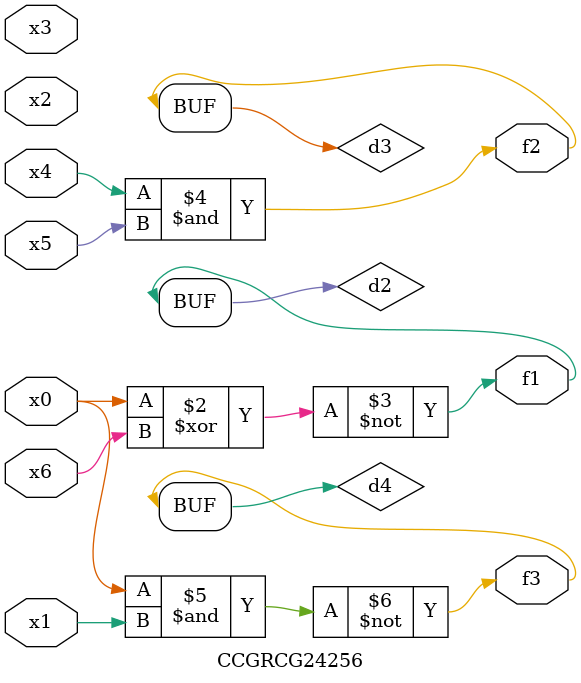
<source format=v>
module CCGRCG24256(
	input x0, x1, x2, x3, x4, x5, x6,
	output f1, f2, f3
);

	wire d1, d2, d3, d4;

	nor (d1, x0);
	xnor (d2, x0, x6);
	and (d3, x4, x5);
	nand (d4, x0, x1);
	assign f1 = d2;
	assign f2 = d3;
	assign f3 = d4;
endmodule

</source>
